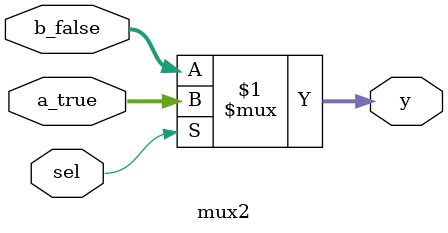
<source format=v>
`timescale 1ns / 1ps

module mux2 #(parameter WIDTH = 32) (
    input  wire [WIDTH-1:0] a_true,   // selected when sel = 1
    input  wire [WIDTH-1:0] b_false,  // selected when sel = 0
    input  wire             sel,
    output wire [WIDTH-1:0] y
);

    assign y = (sel) ? a_true : b_false;

endmodule


</source>
